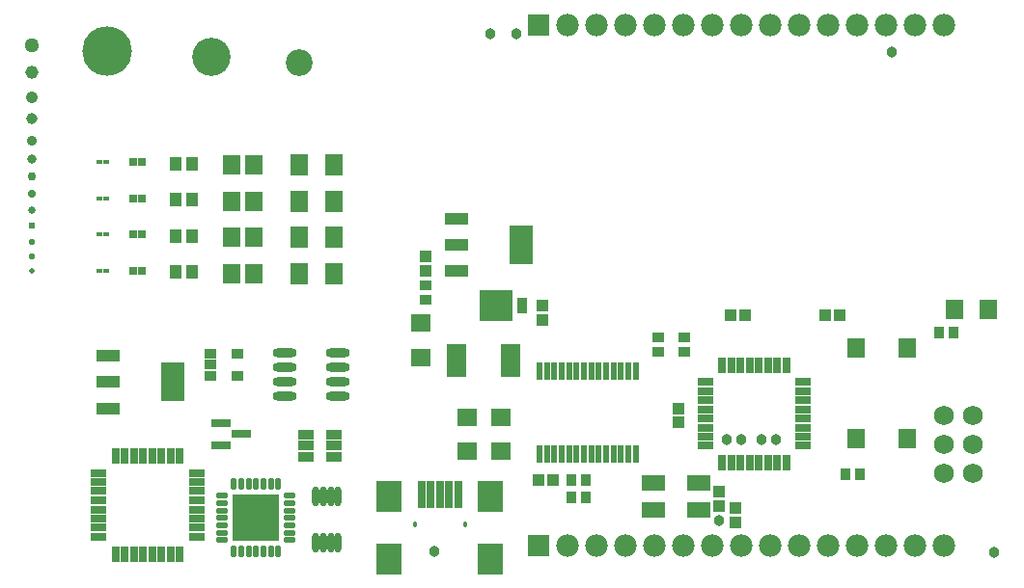
<source format=gts>
G04 Layer_Color=8388736*
%FSAX25Y25*%
%MOIN*%
G70*
G01*
G75*
%ADD82R,0.08477X0.13202*%
%ADD83R,0.08477X0.04343*%
%ADD84R,0.06312X0.06706*%
%ADD85R,0.03556X0.04147*%
%ADD86R,0.03950X0.04343*%
%ADD87R,0.04343X0.03950*%
%ADD88R,0.06706X0.06312*%
%ADD89R,0.04147X0.03556*%
%ADD90R,0.11300X0.10800*%
%ADD91R,0.03800X0.05800*%
%ADD92R,0.06900X0.11700*%
%ADD93R,0.07887X0.05524*%
%ADD94R,0.03000X0.05800*%
%ADD95R,0.05800X0.03000*%
%ADD96R,0.01878X0.06406*%
%ADD97R,0.05918X0.06902*%
%ADD98R,0.05918X0.07690*%
%ADD99R,0.06115X0.06902*%
%ADD100R,0.04343X0.04934*%
%ADD101R,0.02572X0.02572*%
%ADD102R,0.02178X0.01784*%
%ADD103R,0.04343X0.03359*%
%ADD104R,0.07099X0.03162*%
%ADD105R,0.05200X0.03200*%
%ADD106O,0.08280X0.03162*%
%ADD107O,0.02572X0.06706*%
%ADD108R,0.16272X0.16272*%
%ADD109O,0.01981X0.04343*%
%ADD110O,0.04343X0.01981*%
%ADD111R,0.02800X0.09800*%
%ADD112R,0.08600X0.10600*%
%ADD113C,0.06800*%
%ADD114R,0.07800X0.07800*%
%ADD115C,0.07800*%
%ADD116C,0.01800*%
%ADD117C,0.05030*%
%ADD118C,0.04200*%
%ADD119C,0.03540*%
%ADD120C,0.03010*%
%ADD121C,0.02590*%
%ADD122C,0.02260*%
%ADD123C,0.02000*%
%ADD124C,0.03800*%
%ADD125C,0.02769*%
%ADD126C,0.02130*%
%ADD127C,0.02420*%
%ADD128C,0.02790*%
%ADD129C,0.03260*%
%ADD130C,0.03850*%
%ADD131C,0.04590*%
%ADD132C,0.17150*%
%ADD133C,0.09270*%
%ADD134C,0.13200*%
D82*
X0156122Y0166500D02*
D03*
X0276622Y0214000D02*
D03*
D83*
X0133878Y0157445D02*
D03*
Y0166500D02*
D03*
Y0175555D02*
D03*
X0254378Y0204945D02*
D03*
Y0214000D02*
D03*
Y0223055D02*
D03*
D84*
X0426094Y0191500D02*
D03*
X0437906D02*
D03*
D85*
X0421039Y0183500D02*
D03*
X0425961D02*
D03*
X0393461Y0134500D02*
D03*
X0388539D02*
D03*
X0294039Y0132500D02*
D03*
X0298961D02*
D03*
X0294039Y0126500D02*
D03*
X0298961D02*
D03*
D86*
X0353961Y0189500D02*
D03*
X0349039D02*
D03*
X0381539D02*
D03*
X0386461D02*
D03*
X0282539Y0132500D02*
D03*
X0287461D02*
D03*
D87*
X0284000Y0188039D02*
D03*
Y0192961D02*
D03*
X0345000Y0128461D02*
D03*
Y0123539D02*
D03*
X0350500Y0118039D02*
D03*
Y0122961D02*
D03*
X0331000Y0157421D02*
D03*
Y0152500D02*
D03*
X0243500Y0205039D02*
D03*
Y0209961D02*
D03*
D88*
X0242000Y0186906D02*
D03*
Y0175094D02*
D03*
X0258000Y0154405D02*
D03*
Y0142595D02*
D03*
X0269500Y0154405D02*
D03*
Y0142595D02*
D03*
D89*
X0243500Y0199961D02*
D03*
Y0195039D02*
D03*
X0324000Y0177039D02*
D03*
Y0181961D02*
D03*
X0333000D02*
D03*
Y0177039D02*
D03*
D90*
X0267744Y0193000D02*
D03*
D91*
X0277000D02*
D03*
D92*
X0254100Y0174000D02*
D03*
X0272900D02*
D03*
D93*
X0337874Y0122276D02*
D03*
X0322126D02*
D03*
X0337874Y0131724D02*
D03*
X0322126D02*
D03*
D94*
X0345976Y0172400D02*
D03*
X0349126D02*
D03*
X0352276D02*
D03*
X0355425D02*
D03*
X0358600D02*
D03*
X0361800D02*
D03*
X0364900D02*
D03*
X0368100D02*
D03*
Y0138600D02*
D03*
X0364900D02*
D03*
X0361800D02*
D03*
X0358600D02*
D03*
X0355425D02*
D03*
X0352276D02*
D03*
X0349126D02*
D03*
X0345976D02*
D03*
X0136476Y0140900D02*
D03*
X0139626D02*
D03*
X0142776D02*
D03*
X0145925D02*
D03*
X0149100D02*
D03*
X0152300D02*
D03*
X0155400D02*
D03*
X0158600D02*
D03*
Y0107100D02*
D03*
X0155400D02*
D03*
X0152300D02*
D03*
X0149100D02*
D03*
X0145925D02*
D03*
X0142776D02*
D03*
X0139626D02*
D03*
X0136476D02*
D03*
D95*
X0373900Y0166600D02*
D03*
Y0163400D02*
D03*
Y0160300D02*
D03*
Y0157100D02*
D03*
Y0153925D02*
D03*
Y0150776D02*
D03*
Y0147626D02*
D03*
Y0144476D02*
D03*
X0340100D02*
D03*
Y0147626D02*
D03*
Y0150776D02*
D03*
Y0153925D02*
D03*
Y0157100D02*
D03*
Y0160300D02*
D03*
Y0163400D02*
D03*
Y0166600D02*
D03*
X0164400Y0135100D02*
D03*
Y0131900D02*
D03*
Y0128800D02*
D03*
Y0125600D02*
D03*
Y0122425D02*
D03*
Y0119276D02*
D03*
Y0116126D02*
D03*
Y0112976D02*
D03*
X0130600D02*
D03*
Y0116126D02*
D03*
Y0119276D02*
D03*
Y0122425D02*
D03*
Y0125600D02*
D03*
Y0128800D02*
D03*
Y0131900D02*
D03*
Y0135100D02*
D03*
D96*
X0316134Y0170272D02*
D03*
X0313575D02*
D03*
X0311016D02*
D03*
X0308457D02*
D03*
X0305898D02*
D03*
X0303339D02*
D03*
X0300780D02*
D03*
X0298220D02*
D03*
X0295661D02*
D03*
X0293102D02*
D03*
X0290543D02*
D03*
X0287984D02*
D03*
X0285425D02*
D03*
X0282866D02*
D03*
X0316134Y0141728D02*
D03*
X0313575D02*
D03*
X0311016D02*
D03*
X0308457D02*
D03*
X0305898D02*
D03*
X0303339D02*
D03*
X0300780D02*
D03*
X0298220D02*
D03*
X0295661D02*
D03*
X0293102D02*
D03*
X0290543D02*
D03*
X0287984D02*
D03*
X0285425D02*
D03*
X0282866D02*
D03*
D97*
X0392142Y0178150D02*
D03*
Y0146850D02*
D03*
X0409858Y0178150D02*
D03*
Y0146850D02*
D03*
D98*
X0212004Y0229000D02*
D03*
X0199996D02*
D03*
X0199996Y0241500D02*
D03*
X0212004D02*
D03*
X0199996Y0204000D02*
D03*
X0212004D02*
D03*
X0199996Y0216500D02*
D03*
X0212004D02*
D03*
D99*
X0176661D02*
D03*
X0184339D02*
D03*
X0176661Y0241500D02*
D03*
X0184339D02*
D03*
X0176661Y0204000D02*
D03*
X0184339D02*
D03*
X0176661Y0229000D02*
D03*
X0184339D02*
D03*
D100*
X0157146Y0217000D02*
D03*
X0162854D02*
D03*
X0157146Y0242000D02*
D03*
X0162854D02*
D03*
X0157146Y0204500D02*
D03*
X0162854D02*
D03*
X0157146Y0229500D02*
D03*
X0162854D02*
D03*
D101*
X0142425Y0217500D02*
D03*
X0145575D02*
D03*
X0142425Y0242500D02*
D03*
X0145575D02*
D03*
X0142425Y0205000D02*
D03*
X0145575D02*
D03*
X0142425Y0230000D02*
D03*
X0145575D02*
D03*
D102*
X0130917Y0217500D02*
D03*
X0133083D02*
D03*
X0130917Y0242500D02*
D03*
X0133083D02*
D03*
X0130917Y0205000D02*
D03*
X0133083D02*
D03*
X0130917Y0230000D02*
D03*
X0133083D02*
D03*
D103*
X0169276Y0176240D02*
D03*
Y0172500D02*
D03*
Y0168760D02*
D03*
X0178724D02*
D03*
Y0176240D02*
D03*
D104*
X0172957Y0152240D02*
D03*
Y0144760D02*
D03*
X0180043Y0148500D02*
D03*
D105*
X0211921Y0144500D02*
D03*
Y0148240D02*
D03*
Y0140760D02*
D03*
X0202079Y0144500D02*
D03*
Y0140760D02*
D03*
Y0148240D02*
D03*
D106*
X0213252Y0161500D02*
D03*
Y0166500D02*
D03*
Y0171500D02*
D03*
Y0176500D02*
D03*
X0194748Y0161500D02*
D03*
Y0166500D02*
D03*
Y0171500D02*
D03*
Y0176500D02*
D03*
D107*
X0205661Y0111028D02*
D03*
X0208221D02*
D03*
X0210780D02*
D03*
X0213339D02*
D03*
X0205661Y0126972D02*
D03*
X0208221D02*
D03*
X0210780D02*
D03*
X0213339D02*
D03*
D108*
X0185000Y0119500D02*
D03*
D109*
X0177323Y0131114D02*
D03*
X0179882D02*
D03*
X0182441D02*
D03*
X0185000D02*
D03*
X0187559D02*
D03*
X0190118D02*
D03*
X0192677D02*
D03*
Y0107886D02*
D03*
X0190118D02*
D03*
X0187559D02*
D03*
X0185000D02*
D03*
X0182441D02*
D03*
X0179882D02*
D03*
X0177323D02*
D03*
D110*
X0196614Y0127177D02*
D03*
Y0124618D02*
D03*
Y0122059D02*
D03*
Y0119500D02*
D03*
Y0116941D02*
D03*
Y0114382D02*
D03*
Y0111823D02*
D03*
X0173386D02*
D03*
Y0114382D02*
D03*
Y0116941D02*
D03*
Y0119500D02*
D03*
Y0122059D02*
D03*
Y0124618D02*
D03*
Y0127177D02*
D03*
D111*
X0251650Y0127573D02*
D03*
X0242201D02*
D03*
X0254799D02*
D03*
X0248500D02*
D03*
X0245350D02*
D03*
D112*
X0266020Y0105427D02*
D03*
Y0127081D02*
D03*
X0230980Y0105427D02*
D03*
Y0127081D02*
D03*
D113*
X0422500Y0155000D02*
D03*
X0432500D02*
D03*
X0422500Y0135000D02*
D03*
Y0145000D02*
D03*
X0432500D02*
D03*
Y0135000D02*
D03*
D114*
X0282500Y0290000D02*
D03*
Y0110000D02*
D03*
D115*
X0292500Y0290000D02*
D03*
X0302500D02*
D03*
X0312500D02*
D03*
X0322500D02*
D03*
X0332500D02*
D03*
X0342500D02*
D03*
X0352500D02*
D03*
X0362500D02*
D03*
X0372500D02*
D03*
X0382500D02*
D03*
X0392500D02*
D03*
X0402500D02*
D03*
X0412500D02*
D03*
X0422500D02*
D03*
X0292500Y0110000D02*
D03*
X0302500D02*
D03*
X0312500D02*
D03*
X0322500D02*
D03*
X0332500D02*
D03*
X0342500D02*
D03*
X0352500D02*
D03*
X0362500D02*
D03*
X0372500D02*
D03*
X0382500D02*
D03*
X0392500D02*
D03*
X0402500D02*
D03*
X0412500D02*
D03*
X0422500D02*
D03*
D116*
X0239839Y0117238D02*
D03*
X0257161D02*
D03*
D117*
X0107500Y0283000D02*
D03*
D118*
Y0265000D02*
D03*
D119*
Y0250000D02*
D03*
D120*
Y0237500D02*
D03*
D121*
Y0226000D02*
D03*
D122*
Y0215000D02*
D03*
D123*
Y0205000D02*
D03*
D124*
X0275000Y0287000D02*
D03*
X0347500Y0146500D02*
D03*
X0440000Y0107500D02*
D03*
X0359500Y0146500D02*
D03*
X0404500Y0280500D02*
D03*
X0352500Y0146500D02*
D03*
X0345000Y0118500D02*
D03*
X0266000Y0287000D02*
D03*
X0246500Y0108000D02*
D03*
X0364500Y0146500D02*
D03*
D125*
X0189331Y0115169D02*
D03*
X0185000D02*
D03*
X0180669D02*
D03*
X0189331Y0119500D02*
D03*
X0185000D02*
D03*
X0180669D02*
D03*
X0189331Y0123831D02*
D03*
X0185000D02*
D03*
X0180669D02*
D03*
D126*
X0107500Y0210000D02*
D03*
D127*
Y0220500D02*
D03*
D128*
Y0231500D02*
D03*
D129*
Y0243500D02*
D03*
D130*
Y0257500D02*
D03*
D131*
Y0273500D02*
D03*
D132*
X0133500Y0281000D02*
D03*
D133*
X0200000Y0277000D02*
D03*
D134*
X0169500Y0279000D02*
D03*
M02*

</source>
